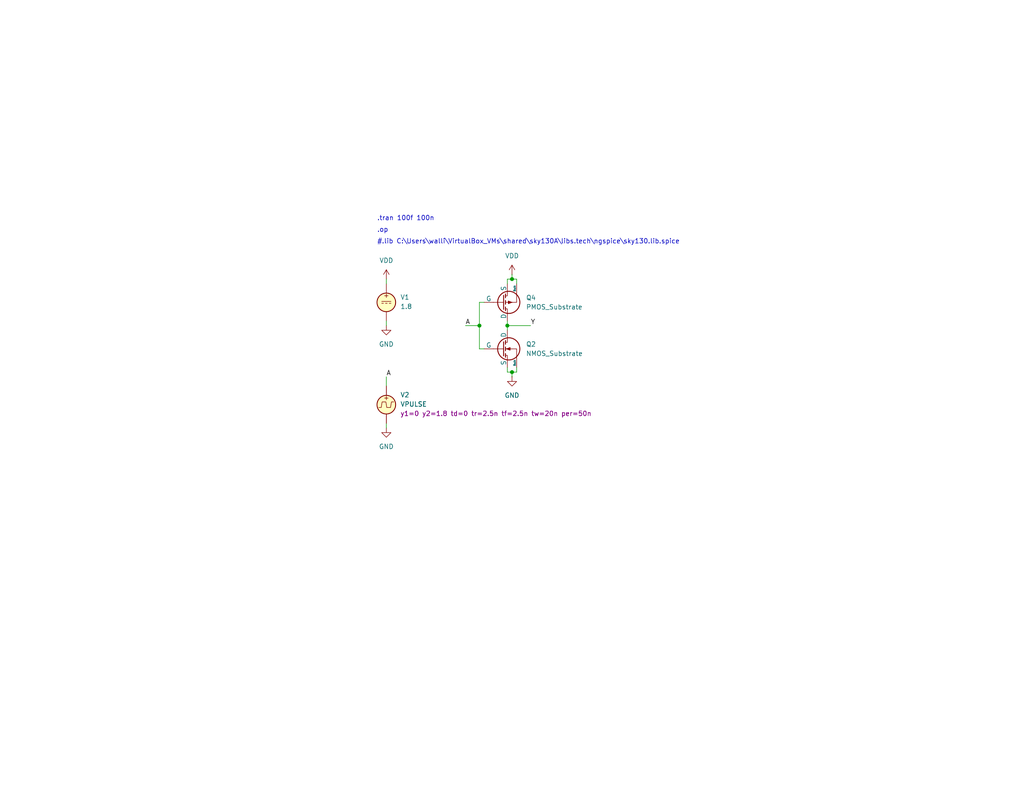
<source format=kicad_sch>
(kicad_sch (version 20231120) (generator "eeschema") (generator_version "8.0")
  (paper "A")
  (lib_symbols
    (symbol "Simulation_SPICE:NMOS_Substrate" (pin_numbers hide) (pin_names (offset 0))
      (property "Reference" "Q" (at 6.985 1.27 0))
      (property "Value" "NMOS_Substrate" (at 6.985 -1.27 0))
      (symbol "NMOS_Substrate_0_1"
        (polyline (pts (xy 1.524 0) (xy -1.27 0)))
        (polyline (pts (xy 1.524 1.905) (xy 1.524 -1.905)) (stroke (width 0.254)))
        (polyline (pts (xy 2.032 -1.27) (xy 2.032 -2.286)) (stroke (width 0.254)))
        (polyline (pts (xy 2.032 0.508) (xy 2.032 -0.508)) (stroke (width 0.254)))
        (polyline (pts (xy 2.032 2.286) (xy 2.032 1.27)) (stroke (width 0.254)))
        (polyline (pts (xy 2.032 1.778) (xy 2.54 1.778) (xy 2.54 2.54)))
        (polyline (pts (xy 2.54 -2.54) (xy 2.54 -1.778) (xy 2.032 -1.778)))
        (polyline (pts (xy 5.08 -2.54) (xy 5.08 0) (xy 2.032 0)))
        (polyline (pts (xy 2.286 0) (xy 3.302 0.381) (xy 3.302 -0.381) (xy 2.286 0)) (fill (type outline)))
        (circle (center 2.921 0) (radius 3.0294) (stroke (width 0.254)))
      )
      (symbol "NMOS_Substrate_1_1"
        (pin passive line (at 2.54 5.08 270) (length 2.54) (name "D") (number "1"))
        (pin input line (at -3.81 0 0) (length 2.54) (name "G") (number "2"))
        (pin passive line (at 2.54 -5.08 90) (length 2.54) (name "S") (number "3"))
        (pin input line (at 5.08 -5.08 90) (length 2.54) (name "Bulk") (number "4"))
      )
    )
    (symbol "Simulation_SPICE:PMOS_Substrate" (pin_numbers hide) (pin_names (offset 0))
      (property "Reference" "Q" (at 6.35 1.27 0))
      (property "Value" "PMOS_Substrate" (at 6.35 -1.27 0))
      (symbol "PMOS_Substrate_0_1"
        (polyline (pts (xy 1.524 0) (xy -1.27 0)))
        (polyline (pts (xy 1.524 1.905) (xy 1.524 -1.905)) (stroke (width 0.254)))
        (polyline (pts (xy 2.032 -1.27) (xy 2.032 -2.286)) (stroke (width 0.254)))
        (polyline (pts (xy 2.032 0.508) (xy 2.032 -0.508)) (stroke (width 0.254)))
        (polyline (pts (xy 2.032 2.286) (xy 2.032 1.27)) (stroke (width 0.254)))
        (polyline (pts (xy 2.032 1.778) (xy 2.54 1.778) (xy 2.54 2.54)))
        (polyline (pts (xy 2.54 -2.54) (xy 2.54 -1.778) (xy 2.032 -1.778)))
        (polyline (pts (xy 5.08 -2.54) (xy 5.08 0) (xy 2.032 0)))
        (polyline (pts (xy 3.81 0) (xy 2.794 0.381) (xy 2.794 -0.381) (xy 3.81 0)) (fill (type outline)))
        (circle (center 2.921 0) (radius 3.0294) (stroke (width 0.254)))
      )
      (symbol "PMOS_Substrate_1_1"
        (pin passive line (at 2.54 5.08 270) (length 2.54) (name "D") (number "1"))
        (pin input line (at -3.81 0 0) (length 2.54) (name "G") (number "2"))
        (pin passive line (at 2.54 -5.08 90) (length 2.54) (name "S") (number "3"))
        (pin input line (at 5.08 -5.08 90) (length 2.54) (name "Bulk") (number "4"))
      )
    )
    (symbol "Simulation_SPICE:VDC" (pin_numbers hide) (pin_names (offset 0.0254))
      (property "Reference" "V" (at 2.54 2.54 0))
      (property "Value" "1" (at 2.54 0 0))
      (symbol "VDC_0_0"
        (polyline (pts (xy -1.27 0.254) (xy 1.27 0.254)))
        (polyline (pts (xy -0.762 -0.254) (xy -1.27 -0.254)))
        (polyline (pts (xy 0.254 -0.254) (xy -0.254 -0.254)))
        (polyline (pts (xy 1.27 -0.254) (xy 0.762 -0.254)))
        (text "+" (at 0 1.905 0) (effects (font (size 1.27 1.27))))
      )
      (symbol "VDC_0_1"
        (circle (center 0 0) (radius 2.54) (stroke (width 0.254)) (fill (type background)))
      )
      (symbol "VDC_1_1"
        (pin passive line (at 0 5.08 270) (length 2.54) (name "~") (number "1"))
        (pin passive line (at 0 -5.08 90) (length 2.54) (name "~") (number "2"))
      )
    )
    (symbol "Simulation_SPICE:VPULSE" (pin_numbers hide) (pin_names (offset 0.0254))
      (property "Reference" "V" (at 2.54 2.54 0))
      (property "Value" "VPULSE" (at 2.54 0 0))
      (property "Sim.Params" "y1=0 y2=1 td=2n tr=2n tf=2n tw=50n per=100n" (at 2.54 -2.54 0))
      (symbol "VPULSE_0_0"
        (polyline (pts (xy -2.032 -0.762) (xy -1.397 -0.762) (xy -1.143 0.762) (xy -0.127 0.762) (xy 0.127 -0.762) (xy 1.143 -0.762) (xy 1.397 0.762) (xy 2.032 0.762)))
        (text "+" (at 0 1.905 0) (effects (font (size 1.27 1.27))))
      )
      (symbol "VPULSE_0_1"
        (circle (center 0 0) (radius 2.54) (stroke (width 0.254)) (fill (type background)))
      )
      (symbol "VPULSE_1_1"
        (pin passive line (at 0 5.08 270) (length 2.54) (name "~") (number "1"))
        (pin passive line (at 0 -5.08 90) (length 2.54) (name "~") (number "2"))
      )
    )
    (symbol "power:GND" (power) (pin_numbers hide) (pin_names (offset 0) hide)
      (property "Value" "GND" (at 0 -3.81 0))
      (symbol "GND_0_1"
        (polyline (pts (xy 0 0) (xy 0 -1.27) (xy 1.27 -1.27) (xy 0 -2.54) (xy -1.27 -1.27) (xy 0 -1.27)))
      )
      (symbol "GND_1_1"
        (pin power_in line (at 0 0 270) (length 0) (name "~") (number "1"))
      )
    )
    (symbol "power:VDD" (power) (pin_numbers hide) (pin_names (offset 0) hide)
      (property "Value" "VDD" (at 0 3.556 0))
      (symbol "VDD_0_1"
        (polyline (pts (xy -0.762 1.27) (xy 0 2.54)))
        (polyline (pts (xy 0 0) (xy 0 2.54)))
        (polyline (pts (xy 0 2.54) (xy 0.762 1.27)))
      )
      (symbol "VDD_1_1"
        (pin power_in line (at 0 0 90) (length 0) (name "~") (number "1"))
      )
    )
  )
  (junction (at 138.43 88.9))
  (junction (at 139.7 76.2))
  (junction (at 130.81 88.9))
  (junction (at 139.7 101.6))
  (wire (pts (xy 138.43 88.9) (xy 138.43 90.17)))
  (wire (pts (xy 130.81 95.25) (xy 132.08 95.25)))
  (wire (pts (xy 132.08 82.55) (xy 130.81 82.55)))
  (wire (pts (xy 138.43 76.2) (xy 139.7 76.2)))
  (wire (pts (xy 138.43 100.33) (xy 138.43 101.6)))
  (wire (pts (xy 105.41 76.2) (xy 105.41 77.47)))
  (wire (pts (xy 105.41 87.63) (xy 105.41 88.9)))
  (wire (pts (xy 139.7 76.2) (xy 140.97 76.2)))
  (wire (pts (xy 138.43 101.6) (xy 139.7 101.6)))
  (wire (pts (xy 138.43 77.47) (xy 138.43 76.2)))
  (wire (pts (xy 138.43 87.63) (xy 138.43 88.9)))
  (wire (pts (xy 140.97 76.2) (xy 140.97 77.47)))
  (wire (pts (xy 105.41 102.87) (xy 105.41 105.41)))
  (wire (pts (xy 139.7 74.93) (xy 139.7 76.2)))
  (wire (pts (xy 130.81 82.55) (xy 130.81 88.9)))
  (wire (pts (xy 105.41 115.57) (xy 105.41 116.84)))
  (wire (pts (xy 140.97 100.33) (xy 140.97 101.6)))
  (wire (pts (xy 138.43 88.9) (xy 144.78 88.9)))
  (wire (pts (xy 139.7 101.6) (xy 140.97 101.6)))
  (wire (pts (xy 127 88.9) (xy 130.81 88.9)))
  (wire (pts (xy 139.7 101.6) (xy 139.7 102.87)))
  (wire (pts (xy 130.81 88.9) (xy 130.81 95.25)))
  (text ".op" (at 102.87 62.865 0) (effects (font (size 1.27 1.27)) (justify left)))
  (text ".tran 100f 100n" (at 102.87 59.69 0) (effects (font (size 1.27 1.27)) (justify left)))
  (text "#.lib C:\\Users\\walli\\VirtualBox_VMs\\shared\\sky130A\\libs.tech\\ngspice\\sky130.lib.spice" (at 102.87 66.04 0) (effects (font (size 1.27 1.27)) (justify left)))
  (label "A" (at 105.41 102.87 0))
  (label "A" (at 127 88.9 0))
  (label "Y" (at 144.78 88.9 0))
  (symbol (lib_id "power:VDD") (at 105.41 76.2 0) (unit 1)
    (property "Reference" "#PWR06" (effects (hide yes)))
    (property "Value" "VDD" (at 105.41 71.12 0))
    (property "Description" "Power symbol creates a global label with name \"VDD\"" (effects (hide yes)))
  )
  (symbol (lib_id "power:VDD") (at 139.7 74.93 0) (unit 1)
    (property "Reference" "#PWR02" (effects (hide yes)))
    (property "Value" "VDD" (at 139.7 69.85 0))
    (property "Description" "Power symbol creates a global label with name \"VDD\"" (effects (hide yes)))
  )
  (symbol (lib_id "Simulation_SPICE:VPULSE") (at 105.41 110.49 0) (unit 1)
    (property "Reference" "V2" (at 109.22 107.8201 0) (effects (justify left)))
    (property "Value" "VPULSE" (at 109.22 110.3601 0) (effects (justify left)))
    (property "Datasheet" "https://ngspice.sourceforge.io/docs/ngspice-html-manual/manual.xhtml#sec_Independent_Sources_for" (effects (hide yes)))
    (property "Description" "Voltage source, pulse" (effects (hide yes)))
    (property "Sim.Pins" "1=+ 2=-" (effects (hide yes)))
    (property "Sim.Type" "PULSE" (effects (hide yes)))
    (property "Sim.Device" "V" (effects (hide yes)))
    (property "Sim.Params" "y1=0 y2=1.8 td=0 tr=2.5n tf=2.5n tw=20n per=50n" (at 109.22 112.9001 0) (effects (justify left)))
  )
  (symbol (lib_id "Simulation_SPICE:NMOS_Substrate") (at 135.89 95.25 0) (unit 1)
    (property "Reference" "Q2" (at 143.51 93.9799 0) (effects (justify left)))
    (property "Value" "NMOS_Substrate" (at 143.51 96.5199 0) (effects (justify left)))
    (property "Datasheet" "https://ngspice.sourceforge.io/docs/ngspice-html-manual/manual.xhtml#cha_MOSFETs" (effects (hide yes)))
    (property "Description" "N-channel MOSFET symbol with substrate (bulk) pin" (effects (hide yes)))
    (property "Sim.Device" "NMOS" (effects (hide yes)))
    (property "Sim.Type" "MOS1" (effects (hide yes)))
    (property "Sim.Pins" "1=D 2=G 3=S 4=B" (effects (hide yes)))
  )
  (symbol (lib_id "Simulation_SPICE:PMOS_Substrate") (at 135.89 82.55 0) (mirror x) (unit 1)
    (property "Reference" "Q4" (at 143.51 81.2799 0) (effects (justify left)))
    (property "Value" "PMOS_Substrate" (at 143.51 83.8199 0) (effects (justify left)))
    (property "Datasheet" "https://ngspice.sourceforge.io/docs/ngspice-html-manual/manual.xhtml#cha_MOSFETs" (effects (hide yes)))
    (property "Description" "P-channel MOSFET symbol with substrate (bulk) pin" (effects (hide yes)))
    (property "Sim.Device" "PMOS" (effects (hide yes)))
    (property "Sim.Type" "MOS1" (effects (hide yes)))
    (property "Sim.Pins" "1=D 2=G 3=S 4=B" (effects (hide yes)))
  )
  (symbol (lib_id "power:GND") (at 105.41 116.84 0) (unit 1)
    (property "Reference" "#PWR03" (effects (hide yes)))
    (property "Value" "GND" (at 105.41 121.92 0))
    (property "Description" "Power symbol creates a global label with name \"GND\" , ground" (effects (hide yes)))
  )
  (symbol (lib_id "power:GND") (at 105.41 88.9 0) (unit 1)
    (property "Reference" "#PWR04" (effects (hide yes)))
    (property "Value" "GND" (at 105.41 93.98 0))
    (property "Description" "Power symbol creates a global label with name \"GND\" , ground" (effects (hide yes)))
  )
  (symbol (lib_id "power:GND") (at 139.7 102.87 0) (unit 1)
    (property "Reference" "#PWR01" (effects (hide yes)))
    (property "Value" "GND" (at 139.7 107.95 0))
    (property "Description" "Power symbol creates a global label with name \"GND\" , ground" (effects (hide yes)))
  )
  (symbol (lib_id "Simulation_SPICE:VDC") (at 105.41 82.55 0) (unit 1)
    (property "Reference" "V1" (at 109.22 81.1501 0) (effects (justify left)))
    (property "Value" "1.8" (at 109.22 83.6901 0) (effects (justify left)))
    (property "Datasheet" "https://ngspice.sourceforge.io/docs/ngspice-html-manual/manual.xhtml#sec_Independent_Sources_for" (effects (hide yes)))
    (property "Description" "Voltage source, DC" (effects (hide yes)))
    (property "Sim.Pins" "1=+ 2=-" (effects (hide yes)))
    (property "Sim.Type" "DC" (effects (hide yes)))
    (property "Sim.Device" "V" (effects (hide yes)))
  )
)
</source>
